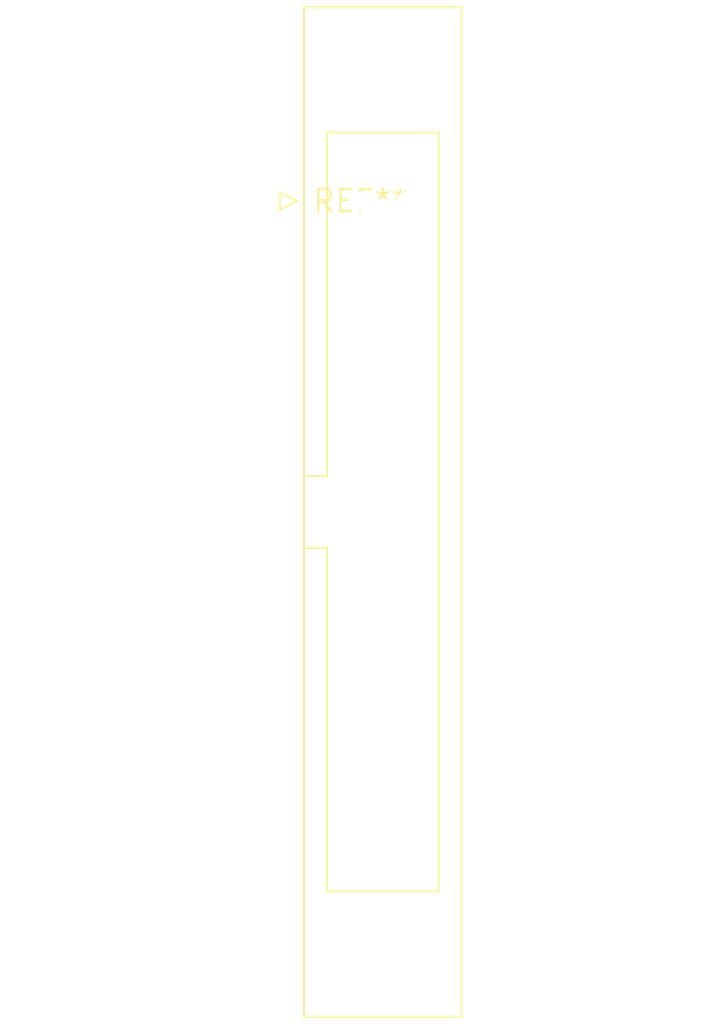
<source format=kicad_pcb>
(kicad_pcb (version 20240108) (generator pcbnew)
  (layers (0 "F.Cu" signal) (31 "B.Cu" signal) (34 "B.Paste" user) (35 "F.Paste" user) (36 "B.SilkS" user "B.Silkscreen") (37 "F.SilkS" user "F.Silkscreen") (38 "B.Mask" user) (39 "F.Mask" user) (44 "Edge.Cuts" user))
  (net 0 "")
  (footprint "IDC-Header_2x15_P2.54mm_Latch_Vertical" (layer "F.Cu") (at 0 0)
    (property "Reference" "REF**")
    (property "Value" "IDC-Header_2x15_P2.54mm_Latch_Vertical")
    (fp_line (start -4.63 -0.5) (end -4.63 0.5) (layer "F.SilkS") (stroke (width 0.12)))
    (fp_line (start -4.63 0.5) (end -3.63 0) (layer "F.SilkS") (stroke (width 0.12)))
    (fp_line (start -3.63 0) (end -4.63 -0.5) (layer "F.SilkS") (stroke (width 0.12)))
    (fp_line (start -3.24 -11.08) (end 5.78 -11.08) (layer "F.SilkS") (stroke (width 0.12)))
    (fp_line (start -3.24 15.73) (end -1.93 15.73) (layer "F.SilkS") (stroke (width 0.12)))
    (fp_line (start -3.24 46.64) (end -3.24 -11.08) (layer "F.SilkS") (stroke (width 0.12)))
    (fp_line (start -1.93 -3.92) (end 4.47 -3.92) (layer "F.SilkS") (stroke (width 0.12)))
    (fp_line (start -1.93 15.73) (end -1.93 -3.92) (layer "F.SilkS") (stroke (width 0.12)))
    (fp_line (start -1.93 19.83) (end -3.24 19.83) (layer "F.SilkS") (stroke (width 0.12)))
    (fp_line (start -1.93 19.83) (end -1.93 19.83) (layer "F.SilkS") (stroke (width 0.12)))
    (fp_line (start -1.93 39.48) (end -1.93 19.83) (layer "F.SilkS") (stroke (width 0.12)))
    (fp_line (start 4.47 -3.92) (end 4.47 39.48) (layer "F.SilkS") (stroke (width 0.12)))
    (fp_line (start 4.47 39.48) (end -1.93 39.48) (layer "F.SilkS") (stroke (width 0.12)))
    (fp_line (start 5.78 -11.08) (end 5.78 46.64) (layer "F.SilkS") (stroke (width 0.12)))
    (fp_line (start 5.78 46.64) (end -3.24 46.64) (layer "F.SilkS") (stroke (width 0.12)))
    (pad "1" thru_hole roundrect (at 0 0) (size 1.7 1.7) (drill 1) (layers *.Cu *.Mask) (remove_unused_layers) (roundrect_rratio 0.147059))
    (pad "2" thru_hole circle (at 2.54 0) (size 1.7 1.7) (drill 1) (layers *.Cu *.Mask) (remove_unused_layers))
    (pad "3" thru_hole circle (at 0 2.54) (size 1.7 1.7) (drill 1) (layers *.Cu *.Mask) (remove_unused_layers))
    (pad "4" thru_hole circle (at 2.54 2.54) (size 1.7 1.7) (drill 1) (layers *.Cu *.Mask) (remove_unused_layers))
    (pad "5" thru_hole circle (at 0 5.08) (size 1.7 1.7) (drill 1) (layers *.Cu *.Mask) (remove_unused_layers))
    (pad "6" thru_hole circle (at 2.54 5.08) (size 1.7 1.7) (drill 1) (layers *.Cu *.Mask) (remove_unused_layers))
    (pad "7" thru_hole circle (at 0 7.62) (size 1.7 1.7) (drill 1) (layers *.Cu *.Mask) (remove_unused_layers))
    (pad "8" thru_hole circle (at 2.54 7.62) (size 1.7 1.7) (drill 1) (layers *.Cu *.Mask) (remove_unused_layers))
    (pad "9" thru_hole circle (at 0 10.16) (size 1.7 1.7) (drill 1) (layers *.Cu *.Mask) (remove_unused_layers))
    (pad "10" thru_hole circle (at 2.54 10.16) (size 1.7 1.7) (drill 1) (layers *.Cu *.Mask) (remove_unused_layers))
    (pad "11" thru_hole circle (at 0 12.7) (size 1.7 1.7) (drill 1) (layers *.Cu *.Mask) (remove_unused_layers))
    (pad "12" thru_hole circle (at 2.54 12.7) (size 1.7 1.7) (drill 1) (layers *.Cu *.Mask) (remove_unused_layers))
    (pad "13" thru_hole circle (at 0 15.24) (size 1.7 1.7) (drill 1) (layers *.Cu *.Mask) (remove_unused_layers))
    (pad "14" thru_hole circle (at 2.54 15.24) (size 1.7 1.7) (drill 1) (layers *.Cu *.Mask) (remove_unused_layers))
    (pad "15" thru_hole circle (at 0 17.78) (size 1.7 1.7) (drill 1) (layers *.Cu *.Mask) (remove_unused_layers))
    (pad "16" thru_hole circle (at 2.54 17.78) (size 1.7 1.7) (drill 1) (layers *.Cu *.Mask) (remove_unused_layers))
    (pad "17" thru_hole circle (at 0 20.32) (size 1.7 1.7) (drill 1) (layers *.Cu *.Mask) (remove_unused_layers))
    (pad "18" thru_hole circle (at 2.54 20.32) (size 1.7 1.7) (drill 1) (layers *.Cu *.Mask) (remove_unused_layers))
    (pad "19" thru_hole circle (at 0 22.86) (size 1.7 1.7) (drill 1) (layers *.Cu *.Mask) (remove_unused_layers))
    (pad "20" thru_hole circle (at 2.54 22.86) (size 1.7 1.7) (drill 1) (layers *.Cu *.Mask) (remove_unused_layers))
    (pad "21" thru_hole circle (at 0 25.4) (size 1.7 1.7) (drill 1) (layers *.Cu *.Mask) (remove_unused_layers))
    (pad "22" thru_hole circle (at 2.54 25.4) (size 1.7 1.7) (drill 1) (layers *.Cu *.Mask) (remove_unused_layers))
    (pad "23" thru_hole circle (at 0 27.94) (size 1.7 1.7) (drill 1) (layers *.Cu *.Mask) (remove_unused_layers))
    (pad "24" thru_hole circle (at 2.54 27.94) (size 1.7 1.7) (drill 1) (layers *.Cu *.Mask) (remove_unused_layers))
    (pad "25" thru_hole circle (at 0 30.48) (size 1.7 1.7) (drill 1) (layers *.Cu *.Mask) (remove_unused_layers))
    (pad "26" thru_hole circle (at 2.54 30.48) (size 1.7 1.7) (drill 1) (layers *.Cu *.Mask) (remove_unused_layers))
    (pad "27" thru_hole circle (at 0 33.02) (size 1.7 1.7) (drill 1) (layers *.Cu *.Mask) (remove_unused_layers))
    (pad "28" thru_hole circle (at 2.54 33.02) (size 1.7 1.7) (drill 1) (layers *.Cu *.Mask) (remove_unused_layers))
    (pad "29" thru_hole circle (at 0 35.56) (size 1.7 1.7) (drill 1) (layers *.Cu *.Mask) (remove_unused_layers))
    (pad "30" thru_hole circle (at 2.54 35.56) (size 1.7 1.7) (drill 1) (layers *.Cu *.Mask) (remove_unused_layers))
  )
)
</source>
